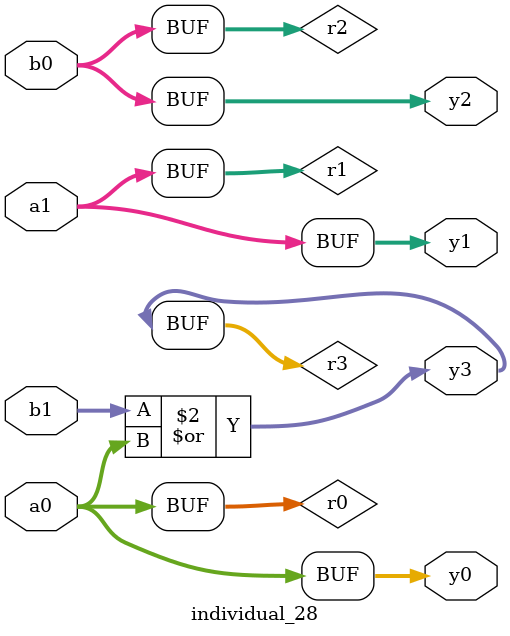
<source format=sv>
module individual_28(input logic [15:0] a1, input logic [15:0] a0, input logic [15:0] b1, input logic [15:0] b0, output logic [15:0] y3, output logic [15:0] y2, output logic [15:0] y1, output logic [15:0] y0);
logic [15:0] r0, r1, r2, r3; 
 always@(*) begin 
	 r0 = a0; r1 = a1; r2 = b0; r3 = b1; 
 	 r3  |=  r0 ;
 	 y3 = r3; y2 = r2; y1 = r1; y0 = r0; 
end
endmodule
</source>
